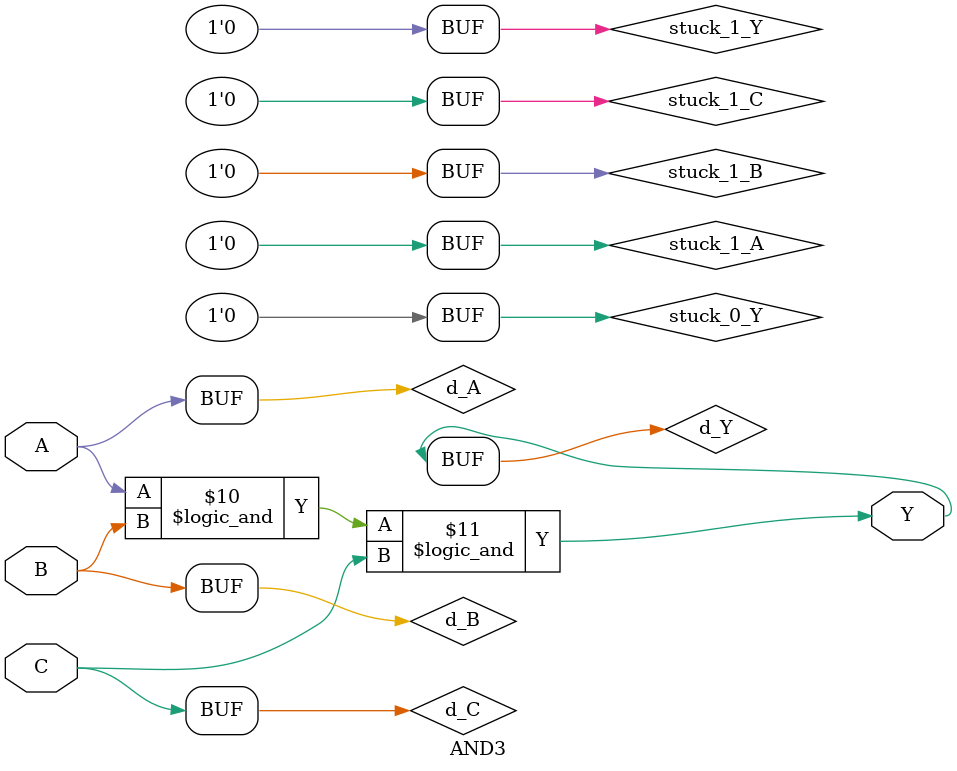
<source format=v>
module AND3 (input A, output Y, input C, input B);
`ifdef REGISTER
initial begin
   $display("register  %m.stuck_1_A input");
   $display("register  %m.stuck_0_Y output");
   $display("register  %m.stuck_1_Y output");
   $display("register  %m.stuck_1_C input");
   $display("register  %m.stuck_1_B input");
end
`endif
reg stuck_1_A; initial stuck_1_A=0;
wire d_A = stuck_1_A ? 1 : A;
reg stuck_0_Y; initial stuck_0_Y=0;
reg stuck_1_Y; initial stuck_1_Y=0;
wire d_Y;
assign Y = stuck_1_Y ? 1 : stuck_0_Y ? 0 : d_Y;
reg stuck_1_C; initial stuck_1_C=0;
wire d_C = stuck_1_C ? 1 : C;
reg stuck_1_B; initial stuck_1_B=0;
wire d_B = stuck_1_B ? 1 : B;
assign d_Y = d_A && d_B && d_C;
endmodule

</source>
